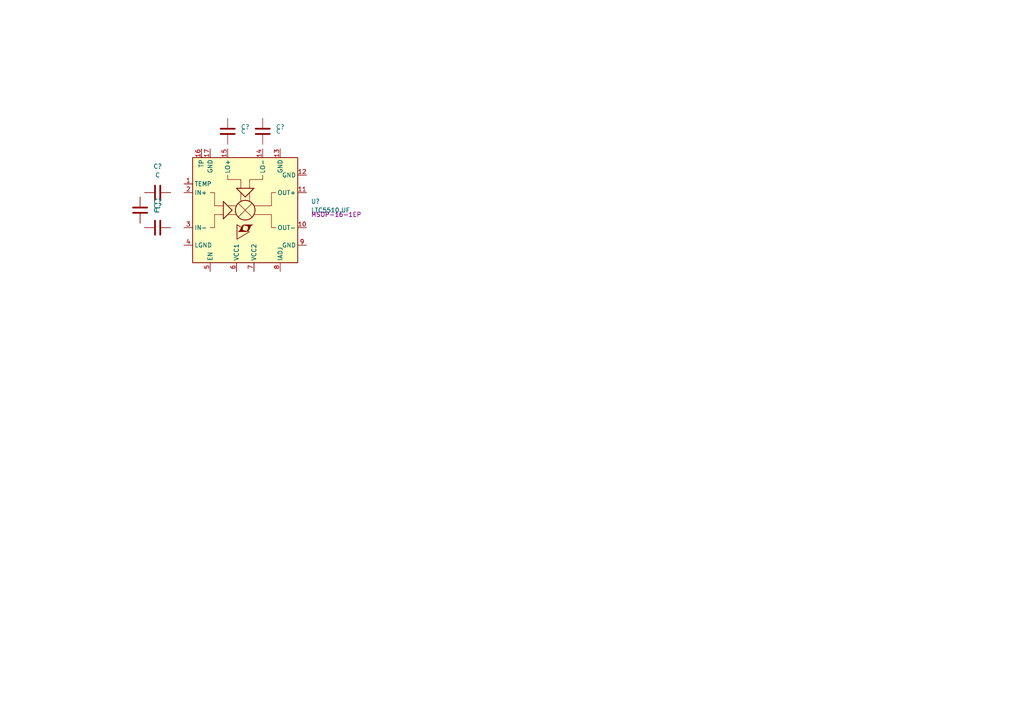
<source format=kicad_sch>
(kicad_sch (version 20201015) (generator eeschema)
  (paper "A4")
  (lib_symbols
    (symbol "ADI_RF:LTC5510.UF"
      (property "Reference" "U" (at 11.43 19.05 0))
      (property "Value" "LTC5510.UF" (at 11.43 16.51 0))
      (property "Datasheet" "http://www.linear.com/product/LTC5510" (at -40.64 2.54 0))
      (symbol "LTC5510.UF_0_0"
        (polyline (pts (xy 0.5842 -6.2484) (xy 0.762 -6.1468) (xy 0.9144 -5.9944) (xy 1.2192 -5.588) (xy 1.3208 -5.334) (xy 1.397 -5.08) (xy 1.5494 -4.8006) (xy 1.7272 -4.572) (xy 1.905 -4.3688) (xy 2.1082 -4.2418) (xy 2.2606 -4.191) (xy -0.0762 -4.191) (xy -0.1524 -4.318) (xy -0.1524 -4.3434) (xy -0.2032 -4.4196) (xy -0.2286 -4.445) (xy -0.1778 -4.4704) (xy 0.1016 -4.4704) (xy 0.3556 -4.4958) (xy 0.5588 -4.572) (xy 0.7112 -4.699) (xy 0.8128 -4.8514) (xy 0.8636 -5.0292) (xy 0.8382 -5.2578) (xy 0.8382 -5.2832) (xy 0.6096 -5.8928) (xy 0.508 -6.0706) (xy 0.4064 -6.1976) (xy 0.3302 -6.2738) (xy 0.4318 -6.2738) (xy 0.5842 -6.2484)) (stroke (width 0.0254)) (fill (type outline)))
        (polyline (pts (xy 0.2286 -6.1722) (xy 0.254 -6.1468) (xy 0.3048 -6.0706) (xy 0.3048 -6.0198) (xy 0.254 -5.9944) (xy -0.0508 -5.9944) (xy -0.3048 -5.969) (xy -0.508 -5.8674) (xy -0.6604 -5.7658) (xy -0.7366 -5.588) (xy -0.762 -5.4102) (xy -0.7366 -5.1816) (xy -0.7366 -5.1562) (xy -0.6858 -5.0038) (xy -0.5334 -4.6482) (xy -0.381 -4.3434) (xy -0.3048 -4.2672) (xy -0.2286 -4.1656) (xy -0.3556 -4.191) (xy -0.508 -4.2418) (xy -0.7112 -4.3688) (xy -0.889 -4.5466) (xy -1.0414 -4.7498) (xy -1.1684 -5.0292) (xy -1.1684 -5.0546) (xy -1.3208 -5.3848) (xy -1.4478 -5.6642) (xy -1.6002 -5.8928) (xy -1.7526 -6.0452) (xy -1.9304 -6.1722) (xy -2.1082 -6.2738) (xy 0.1778 -6.2738) (xy 0.2286 -6.1722)) (stroke (width 0.0254)) (fill (type outline)))
        (polyline (pts (xy -2.3622 -8.4582) (xy -2.286 -8.4074) (xy -2.159 -8.3312) (xy -2.0828 -8.2804) (xy -1.8288 -8.128) (xy -1.27 -7.8232) (xy -0.762 -7.5184) (xy -0.5334 -7.366) (xy -0.3556 -7.2644) (xy -0.2032 -7.1628) (xy -0.1016 -7.112) (xy -0.0254 -7.0612) (xy 0.127 -6.985) (xy 0.3048 -6.8834) (xy 0.7112 -6.6294) (xy 0.889 -6.5278) (xy 1.0414 -6.4262) (xy 1.143 -6.35) (xy 1.2192 -6.2992) (xy 1.2446 -6.2738) (xy 1.0922 -6.1722) (xy 0.9398 -6.1214) (xy 0.9144 -6.1468) (xy 0.9144 -6.1722) (xy 0.9906 -6.223) (xy 1.0922 -6.2992) (xy 0.1778 -6.8326) (xy -0.0254 -6.9596) (xy -0.3302 -7.1374) (xy -0.6604 -7.3152) (xy -0.9652 -7.5184) (xy -1.27 -7.6962) (xy -1.524 -7.8486) (xy -1.7272 -7.9502) (xy -1.905 -8.0772) (xy -2.0828 -8.1534) (xy -2.2098 -8.2296) (xy -2.3114 -8.2804) (xy -2.3368 -8.3058) (xy -2.3368 -4.318) (xy -1.8034 -4.6228) (xy -1.6764 -4.699) (xy -1.524 -4.8006) (xy -1.3716 -4.8768) (xy -1.2954 -4.9022) (xy -1.2446 -4.9276) (xy -1.2192 -4.9276) (xy -1.2192 -4.8768) (xy -1.2954 -4.826) (xy -1.4224 -4.7244) (xy -1.6002 -4.6228) (xy -1.7272 -4.5466) (xy -2.0828 -4.3434) (xy -2.2098 -4.2672) (xy -2.4638 -4.1402) (xy -2.4638 -7.4168) (xy -2.4384 -7.7216) (xy -2.4384 -8.4836) (xy -2.413 -8.4836) (xy -2.3622 -8.4582)) (stroke (width 0.0254)) (fill (type outline)))
      )
      (symbol "LTC5510.UF_0_1"
        (circle (center 0 0) (radius 2.8448) (stroke (width 0.254)))
        (rectangle (start -15.24 15.24) (end 15.24 -15.24) (stroke (width 0.254)) (fill (type background)))
        (polyline (pts (xy -5.08 -1.27) (xy -2.54 -1.27)))
        (polyline (pts (xy -5.08 1.27) (xy -2.54 1.27)))
        (polyline (pts (xy -1.905 1.905) (xy 1.905 -1.905)))
        (polyline (pts (xy -1.27 2.54) (xy -1.27 5.08)))
        (polyline (pts (xy 1.27 2.54) (xy 1.27 5.08)))
        (polyline (pts (xy 1.905 1.905) (xy -1.905 -1.905)))
        (polyline (pts (xy -6.35 -1.27) (xy -8.89 -1.27) (xy -8.89 -5.08) (xy -10.16 -5.08)))
        (polyline (pts (xy -6.35 1.27) (xy -8.89 1.27) (xy -8.89 5.08) (xy -10.16 5.08)))
        (polyline (pts (xy -3.81 0) (xy -6.35 2.54) (xy -6.35 -2.54) (xy -3.81 0)) (stroke (width 0.254)))
        (polyline (pts (xy -1.27 6.35) (xy -1.27 8.89) (xy -5.08 8.89) (xy -5.08 10.16)))
        (polyline (pts (xy 0 3.81) (xy -2.54 6.35) (xy 2.54 6.35) (xy 0 3.81)) (stroke (width 0.254)))
        (polyline (pts (xy 1.27 6.35) (xy 1.27 8.89) (xy 5.08 8.89) (xy 5.08 10.16)))
        (polyline (pts (xy 2.54 -1.27) (xy 7.62 -1.27) (xy 7.62 -5.08) (xy 8.89 -5.08)))
        (polyline (pts (xy 8.89 5.08) (xy 7.62 5.08) (xy 7.62 1.27) (xy 2.54 1.27)))
      )
      (symbol "LTC5510.UF_1_1"
        (pin passive line (at -17.78 7.62 0) (length 2.54) (name "TEMP") (number "1"))
        (pin output line (at 17.78 -5.08 180) (length 2.54) (name "OUT-") (number "10"))
        (pin output line (at 17.78 5.08 180) (length 2.54) (name "OUT+") (number "11"))
        (pin power_in line (at 17.78 10.16 180) (length 2.54) (name "GND") (number "12"))
        (pin power_in line (at 10.16 17.78 270) (length 2.54) (name "GND") (number "13"))
        (pin input line (at 5.08 17.78 270) (length 2.54) (name "LO-") (number "14"))
        (pin input line (at -5.08 17.78 270) (length 2.54) (name "LO+") (number "15"))
        (pin passive line (at -12.7 17.78 270) (length 2.54) (name "TP") (number "16"))
        (pin power_in line (at -10.16 17.78 270) (length 2.54) (name "GND") (number "17"))
        (pin input line (at -17.78 5.08 0) (length 2.54) (name "IN+") (number "2"))
        (pin input line (at -17.78 -5.08 0) (length 2.54) (name "IN-") (number "3"))
        (pin power_in line (at -17.78 -10.16 0) (length 2.54) (name "LGND") (number "4"))
        (pin input line (at -10.16 -17.78 90) (length 2.54) (name "EN") (number "5"))
        (pin power_in line (at -2.54 -17.78 90) (length 2.54) (name "VCC1") (number "6"))
        (pin power_in line (at 2.54 -17.78 90) (length 2.54) (name "VCC2") (number "7"))
        (pin passive line (at 10.16 -17.78 90) (length 2.54) (name "IADJ") (number "8"))
        (pin power_in line (at 17.78 -10.16 180) (length 2.54) (name "GND") (number "9"))
      )
    )
    (symbol "Device:C" (pin_numbers hide) (pin_names (offset 0.254))
      (property "Reference" "C" (at 0.635 2.54 0))
      (property "Value" "C" (at 0.635 -2.54 0))
      (symbol "C_0_1"
        (polyline (pts (xy -2.032 -0.762) (xy 2.032 -0.762)) (stroke (width 0.508)))
        (polyline (pts (xy -2.032 0.762) (xy 2.032 0.762)) (stroke (width 0.508)))
      )
      (symbol "C_1_1"
        (pin passive line (at 0 3.81 270) (length 2.794) (name "~") (number "1"))
        (pin passive line (at 0 -3.81 90) (length 2.794) (name "~") (number "2"))
      )
    )
  )
  (symbol (lib_id "Device:C") (at 40.64 60.96 180) (unit 1)
    (property "Reference" "C?" (at 44.45 59.69 0) (effects (justify right)))
    (property "Value" "C" (at 44.45 60.96 0) (effects (justify right)))
  )
  (symbol (lib_id "Device:C") (at 45.72 55.88 270) (unit 1)
    (property "Reference" "C?" (at 45.72 48.26 90))
    (property "Value" "C" (at 45.72 50.8 90))
  )
  (symbol (lib_id "Device:C") (at 45.72 66.04 270) (unit 1)
    (property "Reference" "C?" (at 45.72 58.42 90))
    (property "Value" "C" (at 45.72 60.96 90))
  )
  (symbol (lib_id "Device:C") (at 66.04 38.1 180) (unit 1)
    (property "Reference" "C?" (at 69.85 36.83 0) (effects (justify right)))
    (property "Value" "C" (at 69.85 38.1 0) (effects (justify right)))
  )
  (symbol (lib_id "Device:C") (at 76.2 38.1 180) (unit 1)
    (property "Reference" "C?" (at 80.01 36.83 0) (effects (justify right)))
    (property "Value" "C" (at 80.01 38.1 0) (effects (justify right)))
  )
  (symbol (lib_id "ADI_RF:LTC5510.UF") (at 71.12 60.96 0) (unit 1)
    (property "Reference" "U?" (at 90.17 58.42 0) (effects (justify left)))
    (property "Value" "LTC5510.UF" (at 90.17 60.96 0) (effects (justify left)))
    (property "Footprint" "MSOP-16-1EP" (at 90.17 62.23 0) (effects (justify left)))
  )
)
</source>
